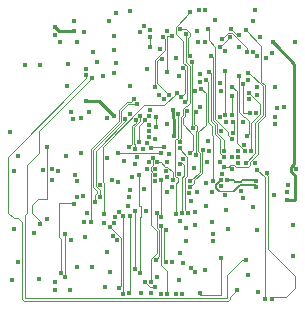
<source format=gbr>
G04 EAGLE Gerber RS-274X export*
G75*
%MOMM*%
%FSLAX34Y34*%
%LPD*%
%INCopper Layer 14*%
%IPPOS*%
%AMOC8*
5,1,8,0,0,1.08239X$1,22.5*%
G01*
%ADD10C,0.406400*%
%ADD11C,0.254000*%
%ADD12C,0.114300*%
%ADD13C,0.088900*%
%ADD14C,0.127000*%


D10*
X69342Y70104D03*
X223266Y209042D03*
X13208Y35814D03*
X230632Y159004D03*
X232609Y166751D03*
X212344Y239776D03*
X108331Y248793D03*
X38100Y72517D03*
X174592Y130128D03*
X183860Y158460D03*
X80137Y205613D03*
X92710Y105410D03*
X248335Y114560D03*
X71438Y77851D03*
X63500Y31750D03*
X76200Y31750D03*
X69850Y57150D03*
X9652Y64262D03*
X9398Y113030D03*
X6350Y146050D03*
X19050Y203200D03*
X31750Y203200D03*
X247650Y222250D03*
X107950Y185166D03*
X188976Y154686D03*
X189230Y79756D03*
X190754Y63754D03*
X178308Y59944D03*
X159512Y87630D03*
X171196Y28956D03*
X153162Y35052D03*
X216662Y10922D03*
X203962Y90678D03*
X186182Y110744D03*
X119634Y97790D03*
X245872Y67056D03*
X245872Y40894D03*
X213868Y119888D03*
X184404Y187960D03*
X96520Y204216D03*
X55118Y203454D03*
X139446Y231394D03*
X120142Y235712D03*
X207772Y189992D03*
X167386Y195326D03*
X228346Y213360D03*
X8128Y20574D03*
X98044Y103886D03*
X66294Y128778D03*
X58420Y163322D03*
X177800Y69850D03*
X178308Y53594D03*
X150368Y70612D03*
X172466Y83312D03*
X172212Y102616D03*
X86106Y69088D03*
X90678Y27940D03*
X149606Y21082D03*
X150368Y43688D03*
X215900Y63500D03*
X241046Y94996D03*
X238506Y167132D03*
X147320Y209042D03*
X188214Y214630D03*
X164338Y231902D03*
X179832Y241046D03*
X94742Y196088D03*
X54356Y185166D03*
X66294Y157734D03*
X102870Y121666D03*
X161798Y115316D03*
X163322Y78486D03*
X106426Y83312D03*
X68580Y91694D03*
X47244Y113030D03*
X73406Y162814D03*
X88646Y158242D03*
X70358Y199898D03*
X85344Y193802D03*
X76962Y214122D03*
X60706Y240030D03*
X89916Y240030D03*
X116840Y230632D03*
X167132Y167386D03*
X155194Y65024D03*
X112268Y119380D03*
X230124Y92964D03*
X149098Y193802D03*
X145034Y143002D03*
D11*
X145034Y157215D01*
X144526Y157723D01*
X144526Y161301D01*
D10*
X144526Y165100D03*
D11*
X144526Y161301D01*
D10*
X185166Y147066D03*
X30916Y21336D03*
X204724Y135382D03*
X31750Y68199D03*
X38100Y133350D03*
D12*
X29670Y89345D02*
X24946Y84620D01*
X24946Y77940D01*
X31750Y71135D02*
X31750Y68199D01*
X31750Y71135D02*
X24946Y77940D01*
X29670Y89345D02*
X37656Y89345D01*
X38100Y89789D01*
X38100Y133350D01*
D10*
X123872Y141895D03*
X212084Y82550D03*
X202057Y96393D03*
X215900Y177800D03*
X215900Y184150D03*
D13*
X114300Y169926D02*
X106172Y169926D01*
X100330Y164084D01*
X100330Y154432D01*
X76962Y131064D01*
X76962Y99314D01*
X80264Y96012D01*
X80264Y94234D01*
X78740Y92710D01*
X78740Y87122D01*
D10*
X167640Y188468D03*
X114300Y169926D03*
X78740Y87122D03*
X96774Y54610D03*
D13*
X159004Y99314D02*
X162560Y102870D01*
X162560Y105156D01*
X169164Y111760D01*
X169164Y130810D01*
X169418Y131064D01*
D10*
X130556Y23114D03*
X143510Y36068D03*
X159004Y99314D03*
X169418Y131064D03*
X174370Y233520D03*
X194564Y140208D03*
X123952Y147193D03*
X41910Y114554D03*
D13*
X174498Y224282D02*
X174498Y233426D01*
X174498Y224282D02*
X180340Y218440D01*
X180340Y156972D01*
X191262Y146050D01*
X191262Y143510D01*
X194564Y140208D01*
X174498Y233426D02*
X174370Y233520D01*
D10*
X194818Y145288D03*
X123952Y152273D03*
X34481Y114046D03*
D13*
X194818Y154940D02*
X196342Y153416D01*
X196342Y146812D01*
X194818Y145288D01*
D10*
X213614Y249428D03*
X215646Y210312D03*
X194818Y154940D03*
D13*
X140716Y177800D02*
X131064Y187452D01*
X131064Y205994D01*
X132842Y207772D01*
X135128Y207772D01*
X124714Y217932D02*
X124714Y226822D01*
D10*
X138938Y152654D03*
X140716Y177800D03*
X135128Y207772D03*
X124714Y217932D03*
X124714Y226822D03*
X124714Y232410D03*
X166116Y249428D03*
X171473Y249405D03*
X26416Y60706D03*
X107950Y75438D03*
D12*
X107950Y10362D02*
X107350Y9762D01*
D10*
X107350Y9762D03*
D12*
X107950Y10362D02*
X107950Y75438D01*
D10*
X134620Y105556D03*
X134620Y73914D03*
D12*
X134620Y105556D01*
X134620Y66548D02*
X134620Y33274D01*
X139700Y9350D02*
X139350Y9000D01*
D10*
X139350Y9000D03*
D12*
X139700Y28194D02*
X134620Y33274D01*
X139700Y28194D02*
X139700Y9350D01*
D10*
X134620Y66548D03*
X139700Y107950D03*
D13*
X138430Y62992D02*
X136652Y61214D01*
X136652Y37846D01*
X138430Y36068D01*
D10*
X139700Y95758D03*
X138430Y62992D03*
X138430Y36068D03*
D13*
X129794Y150114D02*
X129794Y159004D01*
X127508Y124206D02*
X127508Y118110D01*
X125984Y116586D01*
X125984Y113538D01*
X126238Y113284D01*
X126238Y112014D01*
X125730Y111506D01*
X125730Y67564D01*
X130556Y62738D01*
X130556Y43942D01*
X125476Y38862D01*
X125476Y19558D01*
D10*
X129794Y159004D03*
X129794Y150114D03*
X127508Y124206D03*
X125476Y19558D03*
X117094Y9652D03*
X102362Y74676D03*
D12*
X102362Y12192D01*
X101854Y12192D02*
X101854Y9398D01*
D10*
X101854Y9398D03*
D12*
X101854Y12192D02*
X102362Y12192D01*
D13*
X108966Y171958D02*
X110998Y173990D01*
X108966Y171958D02*
X105410Y171958D01*
X98298Y164846D01*
X98298Y155194D01*
X74930Y131826D01*
X74930Y70104D01*
X120396Y19558D02*
X125222Y14732D01*
X128778Y14732D01*
D10*
X125222Y165100D03*
X110998Y173990D03*
X74930Y70104D03*
X120396Y19558D03*
X128778Y14732D03*
X134112Y9398D03*
D13*
X112776Y153924D02*
X112776Y156210D01*
X112776Y153924D02*
X109728Y150876D01*
X109728Y136144D01*
X107188Y133604D01*
X91186Y65532D02*
X100330Y56388D01*
X100330Y16002D01*
X98552Y14224D01*
D10*
X123952Y159766D03*
X112776Y156210D03*
X107188Y133604D03*
X91186Y65532D03*
X98552Y14224D03*
X152400Y9144D03*
X184658Y105156D03*
X205875Y37711D03*
X75819Y192278D03*
D12*
X20775Y77940D02*
X19050Y76215D01*
X30925Y147384D02*
X75819Y192278D01*
X30925Y147384D02*
X30925Y128740D01*
X20775Y118590D01*
X20775Y77940D01*
X19050Y5334D02*
X190500Y5334D01*
X190500Y25400D01*
X202811Y37711D01*
X205875Y37711D01*
X19050Y5334D02*
X19050Y76215D01*
D14*
X180975Y101602D02*
X183132Y103759D01*
X180975Y101602D02*
X180975Y98550D01*
X183132Y96393D01*
X196344Y96393D02*
X201106Y101156D01*
X214630Y101156D01*
X184658Y105156D02*
X183261Y103759D01*
X183132Y103759D01*
X214630Y101156D02*
X214630Y99759D01*
D10*
X214630Y99759D03*
X230378Y152654D03*
D12*
X196344Y96393D02*
X183132Y96393D01*
D10*
X189738Y105156D03*
X198628Y12446D03*
X71126Y194558D03*
D12*
X198628Y12446D02*
X192659Y6477D01*
X9370Y73216D02*
X4646Y77940D01*
X13526Y73216D02*
X16891Y69850D01*
X13526Y73216D02*
X9370Y73216D01*
X4646Y77940D02*
X4646Y125296D01*
X71126Y191776D02*
X71126Y194558D01*
X71126Y191776D02*
X4646Y125296D01*
D10*
X214376Y105093D03*
D14*
X214376Y105156D01*
X203080Y105156D01*
X202064Y104140D01*
X197224Y104140D01*
X196208Y105156D01*
X189738Y105156D01*
D10*
X177800Y95250D03*
D12*
X18219Y3112D02*
X16891Y4440D01*
X16891Y69850D01*
X192659Y6477D02*
X192659Y4440D01*
X191331Y3112D02*
X18219Y3112D01*
X191331Y3112D02*
X192659Y4440D01*
D10*
X163322Y27432D03*
X138938Y120396D03*
X147280Y9184D03*
X129540Y139954D03*
X122428Y136652D03*
D13*
X126492Y133350D02*
X136652Y133350D01*
X126492Y133350D02*
X125730Y132588D01*
D10*
X136652Y133350D03*
X125730Y132588D03*
X125730Y9652D03*
X118872Y132080D03*
X121920Y79248D03*
X129540Y115062D03*
X87122Y15240D03*
X122428Y114808D03*
X138176Y113030D03*
D13*
X132588Y40894D02*
X129794Y38100D01*
X132588Y40894D02*
X132588Y63500D01*
X130810Y65278D01*
X130810Y77724D01*
D10*
X129794Y38100D03*
X130810Y77724D03*
X129286Y109982D03*
X115570Y109982D03*
D12*
X115570Y83693D01*
X117221Y83693D01*
X117221Y74422D01*
X116142Y74422D01*
X116142Y26861D02*
X116087Y26861D01*
D10*
X116087Y26861D03*
D12*
X116142Y26861D02*
X116142Y74422D01*
D10*
X129540Y104902D03*
D12*
X112586Y30480D02*
X112522Y30480D01*
D10*
X112522Y30480D03*
X159258Y30988D03*
X112586Y79058D03*
D12*
X112586Y30480D01*
D13*
X187706Y124968D02*
X184150Y128524D01*
X184150Y140208D01*
X179578Y144780D01*
X179578Y152146D01*
X176276Y155448D01*
X176276Y195834D01*
X174752Y197358D01*
D10*
X188214Y92710D03*
X187706Y124968D03*
X174752Y197358D03*
D13*
X178562Y143002D02*
X178562Y104648D01*
X178562Y143002D02*
X177546Y144018D01*
X177546Y151384D01*
X174244Y154686D01*
X174244Y188722D01*
X172720Y190246D01*
D10*
X184658Y100076D03*
X178562Y104648D03*
X172720Y190246D03*
X203890Y154940D03*
X199644Y120142D03*
D13*
X205994Y120142D02*
X214122Y128270D01*
X214122Y154178D01*
X220218Y160274D01*
X220218Y184912D01*
X209042Y196088D01*
X208280Y196088D01*
D10*
X205994Y120142D03*
X208280Y196088D03*
X194564Y124968D03*
D13*
X193802Y233172D02*
X193802Y233680D01*
X193802Y233172D02*
X198374Y228600D01*
X200660Y228600D01*
X200660Y193802D02*
X200660Y188468D01*
X200152Y187960D01*
X200152Y181610D01*
X200406Y181356D01*
X200406Y162814D01*
X204724Y158496D01*
X205486Y158496D01*
X208534Y155448D01*
X208534Y144272D01*
X207010Y142748D01*
D10*
X193802Y233680D03*
X200660Y228600D03*
X200660Y217932D03*
X200660Y193802D03*
X207010Y142748D03*
X199644Y125222D03*
D13*
X210566Y129794D02*
X210566Y153416D01*
X218186Y161036D01*
X218186Y170180D01*
X208788Y179578D01*
X206756Y214122D02*
X206756Y217424D01*
X194056Y230124D01*
X191008Y230124D01*
X186182Y225298D01*
D10*
X210566Y129794D03*
X208788Y179578D03*
X206756Y214122D03*
X186182Y225298D03*
X199644Y130302D03*
D13*
X204978Y130048D02*
X198374Y136652D01*
X198374Y180594D01*
X194564Y184404D01*
D10*
X204978Y130048D03*
X194564Y184404D03*
D13*
X187706Y139446D02*
X187706Y130048D01*
X187706Y139446D02*
X181610Y145542D01*
X181610Y152908D01*
X178308Y156210D01*
X178308Y209296D01*
X176784Y210820D01*
X183896Y217932D02*
X192532Y226568D01*
D10*
X187706Y130048D03*
X176784Y210820D03*
X183896Y217932D03*
X192532Y226568D03*
X217678Y226568D03*
D13*
X147574Y179324D02*
X136906Y168656D01*
X120142Y168656D01*
X85090Y133604D01*
X85090Y104140D01*
X86106Y103124D01*
X86106Y77470D01*
X85598Y76962D01*
D10*
X147574Y179324D03*
X85598Y76962D03*
X94742Y69342D03*
D13*
X112268Y131826D02*
X112268Y135636D01*
X111760Y136144D01*
X111760Y150114D01*
X116840Y155194D01*
X116840Y159766D01*
D10*
X94996Y74422D03*
X109982Y107696D03*
X112268Y131826D03*
X116840Y159766D03*
X132588Y177546D03*
D13*
X82296Y96774D02*
X82296Y91186D01*
X82296Y96774D02*
X78994Y100076D01*
X78994Y130302D01*
X103886Y155194D01*
X103886Y157480D01*
D10*
X93218Y58420D03*
X82296Y91186D03*
X103886Y157480D03*
D13*
X168402Y182626D02*
X172212Y178816D01*
X172212Y152400D01*
X165608Y145796D01*
X165608Y129794D01*
X167132Y128270D01*
X167132Y112522D01*
X159004Y104394D01*
D10*
X168402Y182626D03*
X159004Y104394D03*
D13*
X115316Y137668D02*
X115316Y150876D01*
X120396Y155956D01*
D10*
X98552Y78232D03*
X107950Y97028D03*
X115316Y137668D03*
X120396Y155956D03*
X152400Y77216D03*
D12*
X152400Y108165D01*
X153480Y109245D01*
X153480Y118047D01*
X151638Y119888D01*
X150586Y118836D01*
D10*
X150586Y118836D03*
X107188Y91186D03*
X140970Y127508D03*
X155194Y53848D03*
X164592Y95758D03*
X147320Y76962D03*
D12*
X147320Y102831D01*
X148400Y103911D01*
X148400Y107086D01*
X146241Y109245D01*
X146241Y139090D01*
X148654Y141503D01*
X148654Y157637D01*
X148590Y157701D01*
X148590Y161544D01*
X148910Y161544D01*
D10*
X148910Y161544D03*
D13*
X150114Y132588D02*
X150114Y131572D01*
X156464Y125222D01*
X156464Y109220D01*
X154432Y107188D01*
X154432Y80264D01*
X157480Y77216D01*
D10*
X137160Y173990D03*
X150114Y132588D03*
X157480Y77216D03*
X163068Y67818D03*
D12*
X167350Y9762D02*
X167386Y9762D01*
D10*
X167350Y9762D03*
D12*
X167386Y7747D02*
X184658Y7747D01*
X167386Y7747D02*
X167386Y9762D01*
D10*
X184658Y39878D03*
D12*
X184658Y7747D01*
D10*
X53086Y23368D03*
D12*
X53086Y50483D01*
X53023Y50483D01*
X53023Y59373D02*
X53086Y59436D01*
X53023Y59373D02*
X53023Y50483D01*
D10*
X53086Y59436D03*
X194564Y114808D03*
X223749Y111570D03*
D12*
X223749Y109504D01*
X224409Y108844D01*
X247587Y24284D02*
X247587Y13816D01*
X240184Y6414D01*
X224409Y47462D02*
X224409Y108844D01*
X224409Y47462D02*
X247587Y24284D01*
X240184Y6414D02*
X228664Y6414D01*
X228600Y6350D01*
X228600Y4572D01*
D10*
X228600Y4572D03*
X215900Y114300D03*
D12*
X222250Y107950D01*
X222250Y4572D01*
D10*
X222250Y4572D03*
X49372Y26838D03*
D12*
X49372Y55525D01*
X47689Y61487D02*
X47752Y61550D01*
X47752Y86106D01*
X47689Y57208D02*
X49372Y55525D01*
X47689Y57208D02*
X47689Y61487D01*
X60198Y85090D02*
X59182Y86106D01*
D10*
X60198Y85090D03*
D12*
X59182Y86106D02*
X47752Y86106D01*
D10*
X150370Y233520D03*
D13*
X161544Y131318D02*
X158496Y128270D01*
X161544Y131318D02*
X161544Y144018D01*
X152908Y152654D01*
X152908Y157734D01*
X154686Y159512D01*
X154686Y162306D01*
X156210Y163830D01*
X151384Y175768D02*
X154432Y178816D01*
X154432Y198628D01*
X152908Y200152D01*
X158750Y210566D02*
X157226Y212090D01*
X157226Y225806D01*
X158750Y227330D01*
X158750Y230378D01*
X155702Y233426D01*
X150622Y233426D01*
X150370Y233520D01*
D10*
X157988Y94234D03*
X158496Y128270D03*
X156210Y163830D03*
X151384Y175768D03*
X152908Y200152D03*
X158750Y210566D03*
X144780Y105410D03*
D13*
X137668Y225044D02*
X135890Y226822D01*
X137668Y225044D02*
X137668Y215392D01*
X129032Y206756D01*
X129032Y184404D01*
X131064Y120396D02*
X133858Y120396D01*
X137668Y116586D01*
X139700Y116586D01*
X144018Y112268D01*
X144018Y106172D01*
X144780Y105410D01*
D10*
X135890Y226822D03*
X129032Y184404D03*
X107696Y161290D03*
X114300Y124714D03*
X123698Y120396D03*
X131064Y120396D03*
D13*
X150114Y137668D02*
X150114Y139954D01*
X150876Y140716D01*
X150876Y158496D01*
X152654Y160274D01*
X152654Y165354D01*
X155702Y168402D01*
X156464Y168402D01*
X158496Y170434D01*
X158496Y202438D01*
X155194Y205740D01*
X155194Y228854D01*
D10*
X143510Y99568D03*
X150114Y137668D03*
X155194Y228854D03*
X149860Y110744D03*
D13*
X146812Y235204D02*
X159004Y247396D01*
X146812Y235204D02*
X146812Y229362D01*
X153162Y223012D01*
X153162Y204978D01*
X156464Y201676D01*
X156464Y173482D01*
X154940Y171958D01*
X164084Y162814D02*
X162560Y161290D01*
X162560Y153162D01*
X164846Y150876D01*
X164846Y147828D01*
X163576Y146558D01*
X163576Y126746D01*
D10*
X159004Y247396D03*
X154940Y171958D03*
X164084Y162814D03*
X163576Y126746D03*
X59690Y157226D03*
X133350Y216248D03*
X122054Y199524D03*
X88900Y44450D03*
X57150Y12700D03*
X165180Y222330D03*
X44450Y19050D03*
X44450Y228600D03*
X61468Y109474D03*
X96012Y246888D03*
X94107Y215900D03*
X94234Y227114D03*
X94742Y159766D03*
D11*
X82042Y172466D01*
X71299Y172466D02*
X70866Y172033D01*
D10*
X70866Y172033D03*
D11*
X71299Y172466D02*
X82042Y172466D01*
D10*
X41982Y105592D03*
X69342Y231140D03*
X62738Y104394D03*
X63164Y90850D03*
D11*
X244017Y112771D02*
X244017Y116349D01*
X247650Y109139D02*
X247650Y88900D01*
X247650Y109139D02*
X244017Y112771D01*
X244017Y116349D02*
X247015Y119346D01*
X247650Y88900D02*
X241300Y88900D01*
D10*
X241300Y88900D03*
D11*
X233172Y217932D02*
X233109Y217932D01*
X233172Y217932D02*
X247015Y204089D01*
X247015Y119346D01*
D10*
X63500Y222250D03*
X171450Y222250D03*
D11*
X228791Y222250D02*
X233109Y217932D01*
D10*
X228791Y222250D03*
X49022Y221996D03*
X82550Y101600D03*
X241391Y101509D03*
X60960Y231394D03*
D11*
X48006Y231394D01*
X44450Y234950D01*
X44718Y234950D01*
D10*
X44718Y234950D03*
X214630Y162433D03*
X211958Y214243D03*
X194564Y160274D03*
X194564Y177038D03*
X139700Y196850D03*
D12*
X194564Y177038D02*
X194564Y160274D01*
X143764Y227330D02*
X139700Y227330D01*
D10*
X143764Y227330D03*
D12*
X139700Y227330D02*
X139700Y196850D01*
D10*
X203708Y186436D03*
D12*
X203708Y165100D01*
X203708Y162433D01*
X209550Y162433D01*
D10*
X209550Y162433D03*
X188722Y160782D03*
X188722Y197612D03*
D12*
X188722Y160782D01*
D13*
X187706Y116840D02*
X191516Y116840D01*
X193040Y118364D01*
X196342Y118364D01*
X198120Y116586D01*
X207518Y116586D01*
X209550Y118618D01*
X209550Y120904D01*
X216154Y127508D01*
X216154Y153416D01*
X222250Y159512D01*
X222250Y185674D01*
X219202Y188722D01*
X219202Y219202D01*
X206248Y232156D01*
D10*
X187706Y116840D03*
X206248Y232156D03*
X57658Y55118D03*
X44450Y12700D03*
X207700Y25400D03*
X231140Y184150D03*
X54102Y125476D03*
X88773Y123825D03*
X12954Y126238D03*
X97663Y128270D03*
X161290Y149446D03*
X172974Y120396D03*
X160528Y205486D03*
X173958Y138430D03*
X152908Y123698D03*
D13*
X134620Y128270D02*
X97663Y128270D01*
X160528Y150368D02*
X160528Y180848D01*
X160528Y205486D01*
X160528Y150368D02*
X161290Y149606D01*
X161290Y149446D01*
X160528Y180848D02*
X163322Y180848D01*
D10*
X183896Y120396D03*
X134620Y128270D03*
X209042Y174244D03*
X184912Y180848D03*
X163322Y180848D03*
M02*

</source>
